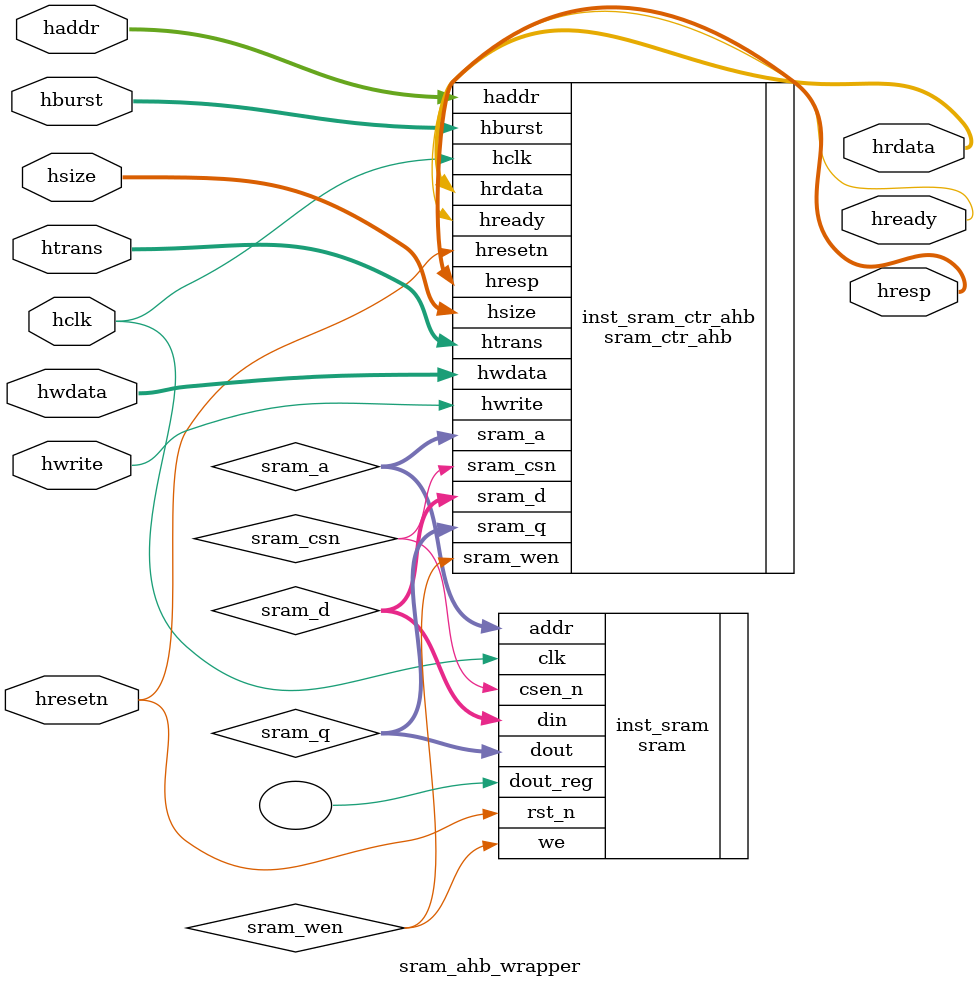
<source format=v>

module sram_ahb_wrapper(
        hclk,
        hresetn,
        hwrite,
        htrans,
        hsize,
        haddr,
        hburst,
        hwdata,
        hready,
        hresp,
`ifdef TEST
        sram_csn,
        sram_a,
        sram_d,
        sram_q,
`endif
        hrdata
	);

    parameter   WIDTH=32;
    parameter   DEPTH=4096;
    parameter   WIDTH_ADDR=$clog2(DEPTH);

    input   wire                hclk;
    input   wire                hresetn;
    input   wire                hwrite;
    input   wire    [1:0]       htrans;
    input   wire    [2:0]       hsize;
    input   wire    [31:0]      haddr;
    input   wire    [2:0]       hburst;
    input   wire    [31:0]      hwdata;
    output  wire                hready;
    output  wire    [1:0]       hresp;
    output  wire    [31:0]      hrdata;

`ifdef TEST
    output  wire                            sram_csn;
    wire                                    sram_wen;
    output  wire    [WIDTH_ADDR-1:0]        sram_a;
    output  wire    [WIDTH-1:0]             sram_d;
    output  wire    [WIDTH-1:0]             sram_q;
`else
    wire                            sram_csn;
    wire                            sram_wen;
    wire    [WIDTH_ADDR-1:0]        sram_a;
    wire    [WIDTH-1:0]             sram_d;
    wire    [WIDTH-1:0]             sram_q;
`endif

    sram_ctr_ahb inst_sram_ctr_ahb
        (
            .hclk     (hclk),
            .hresetn  (hresetn),
            .hwrite   (hwrite),
            .htrans   (htrans),
            .hsize    (hsize),
            .haddr    (haddr),
            .hburst   (hburst),
            .hwdata   (hwdata),
            .hready   (hready),
            .hresp    (hresp),
            .hrdata   (hrdata),
            .sram_csn (sram_csn),
            .sram_wen (sram_wen),
            .sram_a   (sram_a),
            .sram_d   (sram_d),
            .sram_q   (sram_q)
        );

        sram #(
                .WIDTH(WIDTH),
                .DEPTH(DEPTH),
                .WIDTH_ADDR(WIDTH_ADDR)
            ) inst_sram (
                .clk      (hclk),
                .rst_n    (hresetn),
                .csen_n   (sram_csn),
                .we       (sram_wen),
                .addr     (sram_a),
                .din      (sram_d),
                .dout_reg (),
                .dout     (sram_q)
            );

endmodule
</source>
